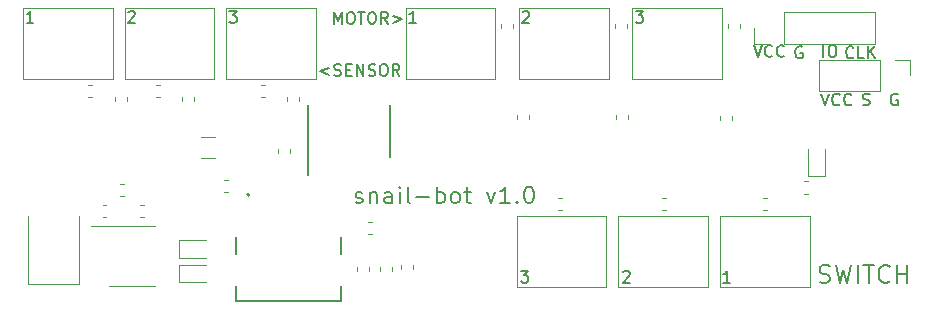
<source format=gbr>
%TF.GenerationSoftware,KiCad,Pcbnew,5.1.12-84ad8e8a86~92~ubuntu20.04.1*%
%TF.CreationDate,2021-11-18T17:44:13-07:00*%
%TF.ProjectId,snail-bot,736e6169-6c2d-4626-9f74-2e6b69636164,rev?*%
%TF.SameCoordinates,Original*%
%TF.FileFunction,Legend,Top*%
%TF.FilePolarity,Positive*%
%FSLAX46Y46*%
G04 Gerber Fmt 4.6, Leading zero omitted, Abs format (unit mm)*
G04 Created by KiCad (PCBNEW 5.1.12-84ad8e8a86~92~ubuntu20.04.1) date 2021-11-18 17:44:13*
%MOMM*%
%LPD*%
G01*
G04 APERTURE LIST*
%ADD10C,0.200000*%
%ADD11C,0.150000*%
%ADD12C,0.120000*%
%ADD13C,0.127000*%
G04 APERTURE END LIST*
D10*
X68366666Y-79666666D02*
X68500000Y-79733333D01*
X68766666Y-79733333D01*
X68900000Y-79666666D01*
X68966666Y-79533333D01*
X68966666Y-79466666D01*
X68900000Y-79333333D01*
X68766666Y-79266666D01*
X68566666Y-79266666D01*
X68433333Y-79200000D01*
X68366666Y-79066666D01*
X68366666Y-79000000D01*
X68433333Y-78866666D01*
X68566666Y-78800000D01*
X68766666Y-78800000D01*
X68900000Y-78866666D01*
X69566666Y-78800000D02*
X69566666Y-79733333D01*
X69566666Y-78933333D02*
X69633333Y-78866666D01*
X69766666Y-78800000D01*
X69966666Y-78800000D01*
X70100000Y-78866666D01*
X70166666Y-79000000D01*
X70166666Y-79733333D01*
X71433333Y-79733333D02*
X71433333Y-79000000D01*
X71366666Y-78866666D01*
X71233333Y-78800000D01*
X70966666Y-78800000D01*
X70833333Y-78866666D01*
X71433333Y-79666666D02*
X71300000Y-79733333D01*
X70966666Y-79733333D01*
X70833333Y-79666666D01*
X70766666Y-79533333D01*
X70766666Y-79400000D01*
X70833333Y-79266666D01*
X70966666Y-79200000D01*
X71300000Y-79200000D01*
X71433333Y-79133333D01*
X72100000Y-79733333D02*
X72100000Y-78800000D01*
X72100000Y-78333333D02*
X72033333Y-78400000D01*
X72100000Y-78466666D01*
X72166666Y-78400000D01*
X72100000Y-78333333D01*
X72100000Y-78466666D01*
X72966666Y-79733333D02*
X72833333Y-79666666D01*
X72766666Y-79533333D01*
X72766666Y-78333333D01*
X73500000Y-79200000D02*
X74566666Y-79200000D01*
X75233333Y-79733333D02*
X75233333Y-78333333D01*
X75233333Y-78866666D02*
X75366666Y-78800000D01*
X75633333Y-78800000D01*
X75766666Y-78866666D01*
X75833333Y-78933333D01*
X75900000Y-79066666D01*
X75900000Y-79466666D01*
X75833333Y-79600000D01*
X75766666Y-79666666D01*
X75633333Y-79733333D01*
X75366666Y-79733333D01*
X75233333Y-79666666D01*
X76700000Y-79733333D02*
X76566666Y-79666666D01*
X76500000Y-79600000D01*
X76433333Y-79466666D01*
X76433333Y-79066666D01*
X76500000Y-78933333D01*
X76566666Y-78866666D01*
X76700000Y-78800000D01*
X76900000Y-78800000D01*
X77033333Y-78866666D01*
X77100000Y-78933333D01*
X77166666Y-79066666D01*
X77166666Y-79466666D01*
X77100000Y-79600000D01*
X77033333Y-79666666D01*
X76900000Y-79733333D01*
X76700000Y-79733333D01*
X77566666Y-78800000D02*
X78100000Y-78800000D01*
X77766666Y-78333333D02*
X77766666Y-79533333D01*
X77833333Y-79666666D01*
X77966666Y-79733333D01*
X78100000Y-79733333D01*
X79500000Y-78800000D02*
X79833333Y-79733333D01*
X80166666Y-78800000D01*
X81433333Y-79733333D02*
X80633333Y-79733333D01*
X81033333Y-79733333D02*
X81033333Y-78333333D01*
X80900000Y-78533333D01*
X80766666Y-78666666D01*
X80633333Y-78733333D01*
X82033333Y-79600000D02*
X82100000Y-79666666D01*
X82033333Y-79733333D01*
X81966666Y-79666666D01*
X82033333Y-79600000D01*
X82033333Y-79733333D01*
X82966666Y-78333333D02*
X83100000Y-78333333D01*
X83233333Y-78400000D01*
X83300000Y-78466666D01*
X83366666Y-78600000D01*
X83433333Y-78866666D01*
X83433333Y-79200000D01*
X83366666Y-79466666D01*
X83300000Y-79600000D01*
X83233333Y-79666666D01*
X83100000Y-79733333D01*
X82966666Y-79733333D01*
X82833333Y-79666666D01*
X82766666Y-79600000D01*
X82700000Y-79466666D01*
X82633333Y-79200000D01*
X82633333Y-78866666D01*
X82700000Y-78600000D01*
X82766666Y-78466666D01*
X82833333Y-78400000D01*
X82966666Y-78333333D01*
D11*
X114261904Y-70500000D02*
X114166666Y-70452380D01*
X114023809Y-70452380D01*
X113880952Y-70500000D01*
X113785714Y-70595238D01*
X113738095Y-70690476D01*
X113690476Y-70880952D01*
X113690476Y-71023809D01*
X113738095Y-71214285D01*
X113785714Y-71309523D01*
X113880952Y-71404761D01*
X114023809Y-71452380D01*
X114119047Y-71452380D01*
X114261904Y-71404761D01*
X114309523Y-71357142D01*
X114309523Y-71023809D01*
X114119047Y-71023809D01*
X111314285Y-71404761D02*
X111457142Y-71452380D01*
X111695238Y-71452380D01*
X111790476Y-71404761D01*
X111838095Y-71357142D01*
X111885714Y-71261904D01*
X111885714Y-71166666D01*
X111838095Y-71071428D01*
X111790476Y-71023809D01*
X111695238Y-70976190D01*
X111504761Y-70928571D01*
X111409523Y-70880952D01*
X111361904Y-70833333D01*
X111314285Y-70738095D01*
X111314285Y-70642857D01*
X111361904Y-70547619D01*
X111409523Y-70500000D01*
X111504761Y-70452380D01*
X111742857Y-70452380D01*
X111885714Y-70500000D01*
X107766666Y-70452380D02*
X108100000Y-71452380D01*
X108433333Y-70452380D01*
X109338095Y-71357142D02*
X109290476Y-71404761D01*
X109147619Y-71452380D01*
X109052380Y-71452380D01*
X108909523Y-71404761D01*
X108814285Y-71309523D01*
X108766666Y-71214285D01*
X108719047Y-71023809D01*
X108719047Y-70880952D01*
X108766666Y-70690476D01*
X108814285Y-70595238D01*
X108909523Y-70500000D01*
X109052380Y-70452380D01*
X109147619Y-70452380D01*
X109290476Y-70500000D01*
X109338095Y-70547619D01*
X110338095Y-71357142D02*
X110290476Y-71404761D01*
X110147619Y-71452380D01*
X110052380Y-71452380D01*
X109909523Y-71404761D01*
X109814285Y-71309523D01*
X109766666Y-71214285D01*
X109719047Y-71023809D01*
X109719047Y-70880952D01*
X109766666Y-70690476D01*
X109814285Y-70595238D01*
X109909523Y-70500000D01*
X110052380Y-70452380D01*
X110147619Y-70452380D01*
X110290476Y-70500000D01*
X110338095Y-70547619D01*
X102066666Y-66352380D02*
X102400000Y-67352380D01*
X102733333Y-66352380D01*
X103638095Y-67257142D02*
X103590476Y-67304761D01*
X103447619Y-67352380D01*
X103352380Y-67352380D01*
X103209523Y-67304761D01*
X103114285Y-67209523D01*
X103066666Y-67114285D01*
X103019047Y-66923809D01*
X103019047Y-66780952D01*
X103066666Y-66590476D01*
X103114285Y-66495238D01*
X103209523Y-66400000D01*
X103352380Y-66352380D01*
X103447619Y-66352380D01*
X103590476Y-66400000D01*
X103638095Y-66447619D01*
X104638095Y-67257142D02*
X104590476Y-67304761D01*
X104447619Y-67352380D01*
X104352380Y-67352380D01*
X104209523Y-67304761D01*
X104114285Y-67209523D01*
X104066666Y-67114285D01*
X104019047Y-66923809D01*
X104019047Y-66780952D01*
X104066666Y-66590476D01*
X104114285Y-66495238D01*
X104209523Y-66400000D01*
X104352380Y-66352380D01*
X104447619Y-66352380D01*
X104590476Y-66400000D01*
X104638095Y-66447619D01*
X106161904Y-66500000D02*
X106066666Y-66452380D01*
X105923809Y-66452380D01*
X105780952Y-66500000D01*
X105685714Y-66595238D01*
X105638095Y-66690476D01*
X105590476Y-66880952D01*
X105590476Y-67023809D01*
X105638095Y-67214285D01*
X105685714Y-67309523D01*
X105780952Y-67404761D01*
X105923809Y-67452380D01*
X106019047Y-67452380D01*
X106161904Y-67404761D01*
X106209523Y-67357142D01*
X106209523Y-67023809D01*
X106019047Y-67023809D01*
X107976190Y-67352380D02*
X107976190Y-66352380D01*
X108642857Y-66352380D02*
X108833333Y-66352380D01*
X108928571Y-66400000D01*
X109023809Y-66495238D01*
X109071428Y-66685714D01*
X109071428Y-67019047D01*
X109023809Y-67209523D01*
X108928571Y-67304761D01*
X108833333Y-67352380D01*
X108642857Y-67352380D01*
X108547619Y-67304761D01*
X108452380Y-67209523D01*
X108404761Y-67019047D01*
X108404761Y-66685714D01*
X108452380Y-66495238D01*
X108547619Y-66400000D01*
X108642857Y-66352380D01*
X110504761Y-67357142D02*
X110457142Y-67404761D01*
X110314285Y-67452380D01*
X110219047Y-67452380D01*
X110076190Y-67404761D01*
X109980952Y-67309523D01*
X109933333Y-67214285D01*
X109885714Y-67023809D01*
X109885714Y-66880952D01*
X109933333Y-66690476D01*
X109980952Y-66595238D01*
X110076190Y-66500000D01*
X110219047Y-66452380D01*
X110314285Y-66452380D01*
X110457142Y-66500000D01*
X110504761Y-66547619D01*
X111409523Y-67452380D02*
X110933333Y-67452380D01*
X110933333Y-66452380D01*
X111742857Y-67452380D02*
X111742857Y-66452380D01*
X112314285Y-67452380D02*
X111885714Y-66880952D01*
X112314285Y-66452380D02*
X111742857Y-67023809D01*
X92066666Y-63452380D02*
X92685714Y-63452380D01*
X92352380Y-63833333D01*
X92495238Y-63833333D01*
X92590476Y-63880952D01*
X92638095Y-63928571D01*
X92685714Y-64023809D01*
X92685714Y-64261904D01*
X92638095Y-64357142D01*
X92590476Y-64404761D01*
X92495238Y-64452380D01*
X92209523Y-64452380D01*
X92114285Y-64404761D01*
X92066666Y-64357142D01*
X82514285Y-63547619D02*
X82561904Y-63500000D01*
X82657142Y-63452380D01*
X82895238Y-63452380D01*
X82990476Y-63500000D01*
X83038095Y-63547619D01*
X83085714Y-63642857D01*
X83085714Y-63738095D01*
X83038095Y-63880952D01*
X82466666Y-64452380D01*
X83085714Y-64452380D01*
X73485714Y-64452380D02*
X72914285Y-64452380D01*
X73200000Y-64452380D02*
X73200000Y-63452380D01*
X73104761Y-63595238D01*
X73009523Y-63690476D01*
X72914285Y-63738095D01*
X57666666Y-63452380D02*
X58285714Y-63452380D01*
X57952380Y-63833333D01*
X58095238Y-63833333D01*
X58190476Y-63880952D01*
X58238095Y-63928571D01*
X58285714Y-64023809D01*
X58285714Y-64261904D01*
X58238095Y-64357142D01*
X58190476Y-64404761D01*
X58095238Y-64452380D01*
X57809523Y-64452380D01*
X57714285Y-64404761D01*
X57666666Y-64357142D01*
X49114285Y-63547619D02*
X49161904Y-63500000D01*
X49257142Y-63452380D01*
X49495238Y-63452380D01*
X49590476Y-63500000D01*
X49638095Y-63547619D01*
X49685714Y-63642857D01*
X49685714Y-63738095D01*
X49638095Y-63880952D01*
X49066666Y-64452380D01*
X49685714Y-64452380D01*
X41085714Y-64452380D02*
X40514285Y-64452380D01*
X40800000Y-64452380D02*
X40800000Y-63452380D01*
X40704761Y-63595238D01*
X40609523Y-63690476D01*
X40514285Y-63738095D01*
X100085714Y-86452380D02*
X99514285Y-86452380D01*
X99800000Y-86452380D02*
X99800000Y-85452380D01*
X99704761Y-85595238D01*
X99609523Y-85690476D01*
X99514285Y-85738095D01*
X91014285Y-85547619D02*
X91061904Y-85500000D01*
X91157142Y-85452380D01*
X91395238Y-85452380D01*
X91490476Y-85500000D01*
X91538095Y-85547619D01*
X91585714Y-85642857D01*
X91585714Y-85738095D01*
X91538095Y-85880952D01*
X90966666Y-86452380D01*
X91585714Y-86452380D01*
X82366666Y-85452380D02*
X82985714Y-85452380D01*
X82652380Y-85833333D01*
X82795238Y-85833333D01*
X82890476Y-85880952D01*
X82938095Y-85928571D01*
X82985714Y-86023809D01*
X82985714Y-86261904D01*
X82938095Y-86357142D01*
X82890476Y-86404761D01*
X82795238Y-86452380D01*
X82509523Y-86452380D01*
X82414285Y-86404761D01*
X82366666Y-86357142D01*
X66128571Y-68285714D02*
X65366666Y-68571428D01*
X66128571Y-68857142D01*
X66557142Y-68904761D02*
X66700000Y-68952380D01*
X66938095Y-68952380D01*
X67033333Y-68904761D01*
X67080952Y-68857142D01*
X67128571Y-68761904D01*
X67128571Y-68666666D01*
X67080952Y-68571428D01*
X67033333Y-68523809D01*
X66938095Y-68476190D01*
X66747619Y-68428571D01*
X66652380Y-68380952D01*
X66604761Y-68333333D01*
X66557142Y-68238095D01*
X66557142Y-68142857D01*
X66604761Y-68047619D01*
X66652380Y-68000000D01*
X66747619Y-67952380D01*
X66985714Y-67952380D01*
X67128571Y-68000000D01*
X67557142Y-68428571D02*
X67890476Y-68428571D01*
X68033333Y-68952380D02*
X67557142Y-68952380D01*
X67557142Y-67952380D01*
X68033333Y-67952380D01*
X68461904Y-68952380D02*
X68461904Y-67952380D01*
X69033333Y-68952380D01*
X69033333Y-67952380D01*
X69461904Y-68904761D02*
X69604761Y-68952380D01*
X69842857Y-68952380D01*
X69938095Y-68904761D01*
X69985714Y-68857142D01*
X70033333Y-68761904D01*
X70033333Y-68666666D01*
X69985714Y-68571428D01*
X69938095Y-68523809D01*
X69842857Y-68476190D01*
X69652380Y-68428571D01*
X69557142Y-68380952D01*
X69509523Y-68333333D01*
X69461904Y-68238095D01*
X69461904Y-68142857D01*
X69509523Y-68047619D01*
X69557142Y-68000000D01*
X69652380Y-67952380D01*
X69890476Y-67952380D01*
X70033333Y-68000000D01*
X70652380Y-67952380D02*
X70842857Y-67952380D01*
X70938095Y-68000000D01*
X71033333Y-68095238D01*
X71080952Y-68285714D01*
X71080952Y-68619047D01*
X71033333Y-68809523D01*
X70938095Y-68904761D01*
X70842857Y-68952380D01*
X70652380Y-68952380D01*
X70557142Y-68904761D01*
X70461904Y-68809523D01*
X70414285Y-68619047D01*
X70414285Y-68285714D01*
X70461904Y-68095238D01*
X70557142Y-68000000D01*
X70652380Y-67952380D01*
X72080952Y-68952380D02*
X71747619Y-68476190D01*
X71509523Y-68952380D02*
X71509523Y-67952380D01*
X71890476Y-67952380D01*
X71985714Y-68000000D01*
X72033333Y-68047619D01*
X72080952Y-68142857D01*
X72080952Y-68285714D01*
X72033333Y-68380952D01*
X71985714Y-68428571D01*
X71890476Y-68476190D01*
X71509523Y-68476190D01*
X66519047Y-64552380D02*
X66519047Y-63552380D01*
X66852380Y-64266666D01*
X67185714Y-63552380D01*
X67185714Y-64552380D01*
X67852380Y-63552380D02*
X68042857Y-63552380D01*
X68138095Y-63600000D01*
X68233333Y-63695238D01*
X68280952Y-63885714D01*
X68280952Y-64219047D01*
X68233333Y-64409523D01*
X68138095Y-64504761D01*
X68042857Y-64552380D01*
X67852380Y-64552380D01*
X67757142Y-64504761D01*
X67661904Y-64409523D01*
X67614285Y-64219047D01*
X67614285Y-63885714D01*
X67661904Y-63695238D01*
X67757142Y-63600000D01*
X67852380Y-63552380D01*
X68566666Y-63552380D02*
X69138095Y-63552380D01*
X68852380Y-64552380D02*
X68852380Y-63552380D01*
X69661904Y-63552380D02*
X69852380Y-63552380D01*
X69947619Y-63600000D01*
X70042857Y-63695238D01*
X70090476Y-63885714D01*
X70090476Y-64219047D01*
X70042857Y-64409523D01*
X69947619Y-64504761D01*
X69852380Y-64552380D01*
X69661904Y-64552380D01*
X69566666Y-64504761D01*
X69471428Y-64409523D01*
X69423809Y-64219047D01*
X69423809Y-63885714D01*
X69471428Y-63695238D01*
X69566666Y-63600000D01*
X69661904Y-63552380D01*
X71090476Y-64552380D02*
X70757142Y-64076190D01*
X70519047Y-64552380D02*
X70519047Y-63552380D01*
X70900000Y-63552380D01*
X70995238Y-63600000D01*
X71042857Y-63647619D01*
X71090476Y-63742857D01*
X71090476Y-63885714D01*
X71042857Y-63980952D01*
X70995238Y-64028571D01*
X70900000Y-64076190D01*
X70519047Y-64076190D01*
X71519047Y-63885714D02*
X72280952Y-64171428D01*
X71519047Y-64457142D01*
D10*
X107650000Y-86407142D02*
X107864285Y-86478571D01*
X108221428Y-86478571D01*
X108364285Y-86407142D01*
X108435714Y-86335714D01*
X108507142Y-86192857D01*
X108507142Y-86050000D01*
X108435714Y-85907142D01*
X108364285Y-85835714D01*
X108221428Y-85764285D01*
X107935714Y-85692857D01*
X107792857Y-85621428D01*
X107721428Y-85550000D01*
X107650000Y-85407142D01*
X107650000Y-85264285D01*
X107721428Y-85121428D01*
X107792857Y-85050000D01*
X107935714Y-84978571D01*
X108292857Y-84978571D01*
X108507142Y-85050000D01*
X109007142Y-84978571D02*
X109364285Y-86478571D01*
X109650000Y-85407142D01*
X109935714Y-86478571D01*
X110292857Y-84978571D01*
X110864285Y-86478571D02*
X110864285Y-84978571D01*
X111364285Y-84978571D02*
X112221428Y-84978571D01*
X111792857Y-86478571D02*
X111792857Y-84978571D01*
X113578571Y-86335714D02*
X113507142Y-86407142D01*
X113292857Y-86478571D01*
X113150000Y-86478571D01*
X112935714Y-86407142D01*
X112792857Y-86264285D01*
X112721428Y-86121428D01*
X112650000Y-85835714D01*
X112650000Y-85621428D01*
X112721428Y-85335714D01*
X112792857Y-85192857D01*
X112935714Y-85050000D01*
X113150000Y-84978571D01*
X113292857Y-84978571D01*
X113507142Y-85050000D01*
X113578571Y-85121428D01*
X114221428Y-86478571D02*
X114221428Y-84978571D01*
X114221428Y-85692857D02*
X115078571Y-85692857D01*
X115078571Y-86478571D02*
X115078571Y-84978571D01*
D12*
%TO.C,U5*%
X49400000Y-81640000D02*
X45950000Y-81640000D01*
X49400000Y-81640000D02*
X51350000Y-81640000D01*
X49400000Y-86760000D02*
X47450000Y-86760000D01*
X49400000Y-86760000D02*
X51350000Y-86760000D01*
%TO.C,J13*%
X89600000Y-80800000D02*
X89600000Y-86800000D01*
X82000000Y-80800000D02*
X89600000Y-80800000D01*
X82000000Y-86800000D02*
X82000000Y-80800000D01*
X89600000Y-86800000D02*
X82000000Y-86800000D01*
%TO.C,J12*%
X40200000Y-69200000D02*
X40200000Y-63200000D01*
X47800000Y-69200000D02*
X40200000Y-69200000D01*
X47800000Y-63200000D02*
X47800000Y-69200000D01*
X40200000Y-63200000D02*
X47800000Y-63200000D01*
%TO.C,J11*%
X57400000Y-69200000D02*
X57400000Y-63200000D01*
X65000000Y-69200000D02*
X57400000Y-69200000D01*
X65000000Y-63200000D02*
X65000000Y-69200000D01*
X57400000Y-63200000D02*
X65000000Y-63200000D01*
%TO.C,J10*%
X48800000Y-69200000D02*
X48800000Y-63200000D01*
X56400000Y-69200000D02*
X48800000Y-69200000D01*
X56400000Y-63200000D02*
X56400000Y-69200000D01*
X48800000Y-63200000D02*
X56400000Y-63200000D01*
%TO.C,J9*%
X98200000Y-80800000D02*
X98200000Y-86800000D01*
X90600000Y-80800000D02*
X98200000Y-80800000D01*
X90600000Y-86800000D02*
X90600000Y-80800000D01*
X98200000Y-86800000D02*
X90600000Y-86800000D01*
%TO.C,J7*%
X106800000Y-80800000D02*
X106800000Y-86800000D01*
X99200000Y-80800000D02*
X106800000Y-80800000D01*
X99200000Y-86800000D02*
X99200000Y-80800000D01*
X106800000Y-86800000D02*
X99200000Y-86800000D01*
%TO.C,J3*%
X91800000Y-69200000D02*
X91800000Y-63200000D01*
X99400000Y-69200000D02*
X91800000Y-69200000D01*
X99400000Y-63200000D02*
X99400000Y-69200000D01*
X91800000Y-63200000D02*
X99400000Y-63200000D01*
%TO.C,J2*%
X82200000Y-69200000D02*
X82200000Y-63200000D01*
X89800000Y-69200000D02*
X82200000Y-69200000D01*
X89800000Y-63200000D02*
X89800000Y-69200000D01*
X82200000Y-63200000D02*
X89800000Y-63200000D01*
%TO.C,J1*%
X72600000Y-69200000D02*
X72600000Y-63200000D01*
X80200000Y-69200000D02*
X72600000Y-69200000D01*
X80200000Y-63200000D02*
X80200000Y-69200000D01*
X72600000Y-63200000D02*
X80200000Y-63200000D01*
D11*
%TO.C,U1*%
X71250000Y-75825000D02*
X71250000Y-71375000D01*
X64350000Y-77350000D02*
X64350000Y-71375000D01*
D12*
%TO.C,R16*%
X85862779Y-80310000D02*
X85537221Y-80310000D01*
X85862779Y-79290000D02*
X85537221Y-79290000D01*
%TO.C,R15*%
X47990000Y-71062779D02*
X47990000Y-70737221D01*
X49010000Y-71062779D02*
X49010000Y-70737221D01*
%TO.C,R14*%
X62590000Y-71062779D02*
X62590000Y-70737221D01*
X63610000Y-71062779D02*
X63610000Y-70737221D01*
%TO.C,R13*%
X53690000Y-71062779D02*
X53690000Y-70737221D01*
X54710000Y-71062779D02*
X54710000Y-70737221D01*
%TO.C,R12*%
X94662779Y-80310000D02*
X94337221Y-80310000D01*
X94662779Y-79290000D02*
X94337221Y-79290000D01*
%TO.C,R11*%
X106662779Y-78910000D02*
X106337221Y-78910000D01*
X106662779Y-77890000D02*
X106337221Y-77890000D01*
%TO.C,R10*%
X103162779Y-80310000D02*
X102837221Y-80310000D01*
X103162779Y-79290000D02*
X102837221Y-79290000D01*
%TO.C,R9*%
X69762779Y-82310000D02*
X69437221Y-82310000D01*
X69762779Y-81290000D02*
X69437221Y-81290000D01*
%TO.C,R8*%
X48762779Y-79110000D02*
X48437221Y-79110000D01*
X48762779Y-78090000D02*
X48437221Y-78090000D01*
%TO.C,R5*%
X57249721Y-77790000D02*
X57575279Y-77790000D01*
X57249721Y-78810000D02*
X57575279Y-78810000D01*
%TO.C,R3*%
X70390000Y-85462779D02*
X70390000Y-85137221D01*
X71410000Y-85462779D02*
X71410000Y-85137221D01*
%TO.C,R2*%
X72190000Y-84928733D02*
X72190000Y-85271267D01*
X73210000Y-84928733D02*
X73210000Y-85271267D01*
%TO.C,R1*%
X68490000Y-85462779D02*
X68490000Y-85137221D01*
X69510000Y-85462779D02*
X69510000Y-85137221D01*
%TO.C,J8*%
X107590000Y-67570000D02*
X107590000Y-70230000D01*
X112730000Y-67570000D02*
X107590000Y-67570000D01*
X112730000Y-70230000D02*
X107590000Y-70230000D01*
X112730000Y-67570000D02*
X112730000Y-70230000D01*
X114000000Y-67570000D02*
X115330000Y-67570000D01*
X115330000Y-67570000D02*
X115330000Y-68900000D01*
%TO.C,J6*%
X112350000Y-66230000D02*
X112350000Y-63570000D01*
X104670000Y-66230000D02*
X112350000Y-66230000D01*
X104670000Y-63570000D02*
X112350000Y-63570000D01*
X104670000Y-66230000D02*
X104670000Y-63570000D01*
X103400000Y-66230000D02*
X102070000Y-66230000D01*
X102070000Y-66230000D02*
X102070000Y-64900000D01*
D13*
%TO.C,J4*%
X58210000Y-82590000D02*
X58210000Y-84030000D01*
X67150000Y-82590000D02*
X67150000Y-84030000D01*
X67150000Y-86770000D02*
X67150000Y-88000000D01*
X67150000Y-88000000D02*
X58210000Y-88000000D01*
X58210000Y-88000000D02*
X58210000Y-86770000D01*
D10*
X59380000Y-79000000D02*
G75*
G03*
X59380000Y-79000000I-100000J0D01*
G01*
D12*
%TO.C,D4*%
X106665000Y-75100000D02*
X106665000Y-77385000D01*
X106665000Y-77385000D02*
X108135000Y-77385000D01*
X108135000Y-77385000D02*
X108135000Y-75100000D01*
%TO.C,D3*%
X55700000Y-82865000D02*
X53415000Y-82865000D01*
X53415000Y-82865000D02*
X53415000Y-84335000D01*
X53415000Y-84335000D02*
X55700000Y-84335000D01*
%TO.C,D2*%
X55700000Y-84965000D02*
X53415000Y-84965000D01*
X53415000Y-84965000D02*
X53415000Y-86435000D01*
X53415000Y-86435000D02*
X55700000Y-86435000D01*
%TO.C,D1*%
X40650000Y-86550000D02*
X44950000Y-86550000D01*
X44950000Y-86550000D02*
X44950000Y-80850000D01*
X40650000Y-86550000D02*
X40650000Y-80850000D01*
%TO.C,C13*%
X45737221Y-69690000D02*
X46062779Y-69690000D01*
X45737221Y-70710000D02*
X46062779Y-70710000D01*
%TO.C,C12*%
X60337221Y-69690000D02*
X60662779Y-69690000D01*
X60337221Y-70710000D02*
X60662779Y-70710000D01*
%TO.C,C11*%
X51437221Y-69690000D02*
X51762779Y-69690000D01*
X51437221Y-70710000D02*
X51762779Y-70710000D01*
%TO.C,C10*%
X50462779Y-80910000D02*
X50137221Y-80910000D01*
X50462779Y-79890000D02*
X50137221Y-79890000D01*
%TO.C,C9*%
X46937221Y-79890000D02*
X47262779Y-79890000D01*
X46937221Y-80910000D02*
X47262779Y-80910000D01*
%TO.C,C8*%
X99890000Y-64862779D02*
X99890000Y-64537221D01*
X100910000Y-64862779D02*
X100910000Y-64537221D01*
%TO.C,C7*%
X90290000Y-64862779D02*
X90290000Y-64537221D01*
X91310000Y-64862779D02*
X91310000Y-64537221D01*
%TO.C,C6*%
X80690000Y-64862779D02*
X80690000Y-64537221D01*
X81710000Y-64862779D02*
X81710000Y-64537221D01*
%TO.C,C5*%
X62810000Y-75137221D02*
X62810000Y-75462779D01*
X61790000Y-75137221D02*
X61790000Y-75462779D01*
%TO.C,C4*%
X100210000Y-72337221D02*
X100210000Y-72662779D01*
X99190000Y-72337221D02*
X99190000Y-72662779D01*
%TO.C,C3*%
X91410000Y-72237221D02*
X91410000Y-72562779D01*
X90390000Y-72237221D02*
X90390000Y-72562779D01*
%TO.C,C2*%
X83010000Y-72237221D02*
X83010000Y-72562779D01*
X81990000Y-72237221D02*
X81990000Y-72562779D01*
%TO.C,C1*%
X55297936Y-74090000D02*
X56502064Y-74090000D01*
X55297936Y-75910000D02*
X56502064Y-75910000D01*
%TD*%
M02*

</source>
